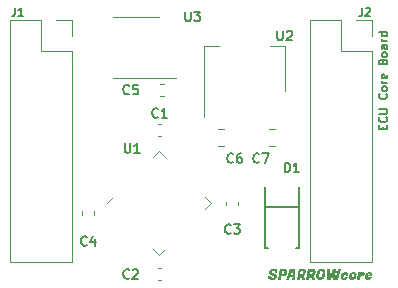
<source format=gbr>
%TF.GenerationSoftware,KiCad,Pcbnew,7.0.7-2.fc38*%
%TF.CreationDate,2023-11-16T23:20:59-08:00*%
%TF.ProjectId,TinySparrow,54696e79-5370-4617-9272-6f772e6b6963,rev?*%
%TF.SameCoordinates,Original*%
%TF.FileFunction,Legend,Top*%
%TF.FilePolarity,Positive*%
%FSLAX46Y46*%
G04 Gerber Fmt 4.6, Leading zero omitted, Abs format (unit mm)*
G04 Created by KiCad (PCBNEW 7.0.7-2.fc38) date 2023-11-16 23:20:59*
%MOMM*%
%LPD*%
G01*
G04 APERTURE LIST*
%ADD10C,0.150000*%
%ADD11C,0.175000*%
%ADD12C,0.120000*%
%ADD13C,0.152400*%
%ADD14C,0.059995*%
G04 APERTURE END LIST*
D10*
G36*
X190665980Y-104987394D02*
G01*
X190666472Y-104997988D01*
X190667948Y-105007899D01*
X190670408Y-105017126D01*
X190673852Y-105025670D01*
X190678280Y-105033530D01*
X190683693Y-105040707D01*
X190690089Y-105047200D01*
X190697469Y-105053010D01*
X190705833Y-105058136D01*
X190715182Y-105062579D01*
X190725514Y-105066338D01*
X190736830Y-105069414D01*
X190749131Y-105071806D01*
X190762415Y-105073515D01*
X190776684Y-105074540D01*
X190791936Y-105074882D01*
X190807188Y-105074575D01*
X190821457Y-105073655D01*
X190834741Y-105072123D01*
X190847042Y-105069977D01*
X190858358Y-105067218D01*
X190868690Y-105063846D01*
X190878039Y-105059861D01*
X190886403Y-105055263D01*
X190893783Y-105050052D01*
X190903009Y-105041085D01*
X190910020Y-105030739D01*
X190914817Y-105019014D01*
X190916785Y-105010431D01*
X190917769Y-105001234D01*
X190917892Y-104996406D01*
X190917219Y-104986154D01*
X190915199Y-104976389D01*
X190911833Y-104967112D01*
X190907121Y-104958323D01*
X190901062Y-104950021D01*
X190893657Y-104942207D01*
X190884906Y-104934881D01*
X190877458Y-104929707D01*
X190874808Y-104928043D01*
X190866567Y-104923133D01*
X190858002Y-104918378D01*
X190849112Y-104913777D01*
X190839898Y-104909331D01*
X190830359Y-104905039D01*
X190820495Y-104900902D01*
X190810307Y-104896920D01*
X190799795Y-104893092D01*
X190788957Y-104889418D01*
X190777795Y-104885899D01*
X190770174Y-104883639D01*
X190758675Y-104880253D01*
X190747175Y-104876769D01*
X190735676Y-104873189D01*
X190724177Y-104869513D01*
X190712678Y-104865739D01*
X190701178Y-104861870D01*
X190689679Y-104857903D01*
X190678180Y-104853840D01*
X190666681Y-104849681D01*
X190655181Y-104845424D01*
X190647515Y-104842533D01*
X190636176Y-104837891D01*
X190625158Y-104832786D01*
X190614461Y-104827216D01*
X190604084Y-104821183D01*
X190594028Y-104814687D01*
X190584292Y-104807726D01*
X190574878Y-104800302D01*
X190565784Y-104792415D01*
X190557011Y-104784063D01*
X190548558Y-104775248D01*
X190543101Y-104769114D01*
X190535402Y-104759500D01*
X190528459Y-104749454D01*
X190522274Y-104738975D01*
X190516847Y-104728063D01*
X190512177Y-104716718D01*
X190508264Y-104704941D01*
X190505108Y-104692730D01*
X190502710Y-104680087D01*
X190501069Y-104667012D01*
X190500396Y-104658054D01*
X190500059Y-104648904D01*
X190500017Y-104644257D01*
X190500416Y-104624701D01*
X190501615Y-104605766D01*
X190503612Y-104587452D01*
X190506409Y-104569759D01*
X190510004Y-104552687D01*
X190514399Y-104536235D01*
X190519592Y-104520404D01*
X190525585Y-104505194D01*
X190532376Y-104490605D01*
X190539966Y-104476637D01*
X190548356Y-104463289D01*
X190557544Y-104450563D01*
X190567532Y-104438457D01*
X190578318Y-104426972D01*
X190589903Y-104416107D01*
X190602288Y-104405864D01*
X190615471Y-104396241D01*
X190629453Y-104387239D01*
X190644234Y-104378858D01*
X190659815Y-104371098D01*
X190676194Y-104363959D01*
X190693372Y-104357440D01*
X190711350Y-104351542D01*
X190730126Y-104346265D01*
X190749701Y-104341609D01*
X190770075Y-104337574D01*
X190791248Y-104334160D01*
X190813221Y-104331366D01*
X190835992Y-104329193D01*
X190859562Y-104327641D01*
X190883931Y-104326710D01*
X190909099Y-104326399D01*
X190918357Y-104326455D01*
X190927472Y-104326620D01*
X190936445Y-104326896D01*
X190945277Y-104327282D01*
X190962513Y-104328385D01*
X190979180Y-104329930D01*
X190995279Y-104331916D01*
X191010810Y-104334344D01*
X191025772Y-104337213D01*
X191040166Y-104340523D01*
X191053991Y-104344274D01*
X191067248Y-104348467D01*
X191079937Y-104353101D01*
X191092057Y-104358177D01*
X191103609Y-104363694D01*
X191114592Y-104369652D01*
X191125007Y-104376052D01*
X191134853Y-104382893D01*
X191144143Y-104390098D01*
X191152833Y-104397645D01*
X191160925Y-104405533D01*
X191168417Y-104413764D01*
X191175309Y-104422336D01*
X191181602Y-104431249D01*
X191187296Y-104440505D01*
X191192390Y-104450102D01*
X191196886Y-104460041D01*
X191200781Y-104470322D01*
X191204078Y-104480945D01*
X191206775Y-104491909D01*
X191208873Y-104503215D01*
X191210371Y-104514863D01*
X191211270Y-104526852D01*
X191211570Y-104539184D01*
X191211422Y-104548313D01*
X191210979Y-104557346D01*
X191210240Y-104566283D01*
X191209207Y-104575124D01*
X191207877Y-104583869D01*
X191206253Y-104592517D01*
X191203807Y-104603193D01*
X191202117Y-104609526D01*
X191199148Y-104619495D01*
X191196145Y-104628519D01*
X191192500Y-104638102D01*
X191188809Y-104646325D01*
X191184444Y-104654199D01*
X191182554Y-104657006D01*
X191172442Y-104672174D01*
X190948227Y-104672174D01*
X190954770Y-104664631D01*
X190960441Y-104656622D01*
X190965239Y-104648145D01*
X190969165Y-104639201D01*
X190972218Y-104629790D01*
X190974399Y-104619912D01*
X190975708Y-104609567D01*
X190976144Y-104598755D01*
X190975723Y-104588773D01*
X190974461Y-104579435D01*
X190972357Y-104570741D01*
X190967624Y-104558907D01*
X190960997Y-104548523D01*
X190952477Y-104539587D01*
X190942063Y-104532101D01*
X190934069Y-104527915D01*
X190925234Y-104524373D01*
X190915556Y-104521475D01*
X190905038Y-104519221D01*
X190893678Y-104517611D01*
X190881476Y-104516645D01*
X190868433Y-104516323D01*
X190852036Y-104516659D01*
X190836697Y-104517669D01*
X190822415Y-104519352D01*
X190809192Y-104521708D01*
X190797026Y-104524738D01*
X190785918Y-104528440D01*
X190775869Y-104532816D01*
X190766877Y-104537865D01*
X190758943Y-104543587D01*
X190752066Y-104549982D01*
X190746248Y-104557051D01*
X190741488Y-104564793D01*
X190737785Y-104573208D01*
X190735140Y-104582296D01*
X190733554Y-104592057D01*
X190733025Y-104602491D01*
X190733698Y-104612984D01*
X190735717Y-104622921D01*
X190739083Y-104632301D01*
X190743796Y-104641125D01*
X190749854Y-104649392D01*
X190757260Y-104657103D01*
X190766011Y-104664257D01*
X190773458Y-104669258D01*
X190776109Y-104670855D01*
X190784348Y-104675502D01*
X190792907Y-104679964D01*
X190801787Y-104684240D01*
X190810988Y-104688331D01*
X190820510Y-104692236D01*
X190830352Y-104695956D01*
X190840515Y-104699490D01*
X190850998Y-104702839D01*
X190861803Y-104706002D01*
X190872928Y-104708980D01*
X190880523Y-104710862D01*
X190892028Y-104713644D01*
X190903545Y-104716550D01*
X190915073Y-104719579D01*
X190926613Y-104722732D01*
X190938164Y-104726009D01*
X190949727Y-104729409D01*
X190961302Y-104732933D01*
X190972888Y-104736581D01*
X190984486Y-104740352D01*
X190996095Y-104744247D01*
X191003841Y-104746912D01*
X191015335Y-104751203D01*
X191026489Y-104755995D01*
X191037303Y-104761290D01*
X191047777Y-104767087D01*
X191057911Y-104773387D01*
X191067705Y-104780189D01*
X191077159Y-104787493D01*
X191086273Y-104795300D01*
X191095047Y-104803609D01*
X191103481Y-104812420D01*
X191108914Y-104818573D01*
X191116614Y-104828192D01*
X191123556Y-104838336D01*
X191129741Y-104849006D01*
X191135169Y-104860201D01*
X191139839Y-104871922D01*
X191143752Y-104884168D01*
X191146908Y-104896940D01*
X191148591Y-104905747D01*
X191149937Y-104914787D01*
X191150947Y-104924060D01*
X191151620Y-104933567D01*
X191151957Y-104943308D01*
X191151999Y-104948266D01*
X191151905Y-104958228D01*
X191151623Y-104968029D01*
X191151153Y-104977669D01*
X191150494Y-104987146D01*
X191149648Y-104996463D01*
X191148614Y-105005618D01*
X191147392Y-105014612D01*
X191145981Y-105023444D01*
X191144383Y-105032115D01*
X191140622Y-105048972D01*
X191136109Y-105065184D01*
X191130843Y-105080750D01*
X191124826Y-105095670D01*
X191118056Y-105109944D01*
X191110534Y-105123573D01*
X191102260Y-105136556D01*
X191093234Y-105148893D01*
X191083455Y-105160585D01*
X191072925Y-105171631D01*
X191061642Y-105182031D01*
X191055718Y-105186989D01*
X191043305Y-105196412D01*
X191030078Y-105205227D01*
X191016040Y-105213434D01*
X191001190Y-105221033D01*
X190985527Y-105228025D01*
X190969051Y-105234408D01*
X190960509Y-105237372D01*
X190951764Y-105240183D01*
X190942815Y-105242843D01*
X190933664Y-105245351D01*
X190924309Y-105247707D01*
X190914752Y-105249910D01*
X190904991Y-105251962D01*
X190895027Y-105253862D01*
X190884861Y-105255610D01*
X190874491Y-105257206D01*
X190863918Y-105258649D01*
X190853142Y-105259941D01*
X190842163Y-105261081D01*
X190830980Y-105262069D01*
X190819595Y-105262905D01*
X190808007Y-105263589D01*
X190796215Y-105264121D01*
X190784221Y-105264501D01*
X190772023Y-105264729D01*
X190759623Y-105264805D01*
X190747244Y-105264735D01*
X190735113Y-105264527D01*
X190723229Y-105264181D01*
X190711592Y-105263695D01*
X190700203Y-105263071D01*
X190689061Y-105262309D01*
X190678166Y-105261407D01*
X190667519Y-105260367D01*
X190657119Y-105259188D01*
X190646966Y-105257871D01*
X190637060Y-105256415D01*
X190627402Y-105254820D01*
X190617991Y-105253087D01*
X190608827Y-105251215D01*
X190599911Y-105249204D01*
X190591242Y-105247054D01*
X190574645Y-105242340D01*
X190559038Y-105237070D01*
X190544420Y-105231246D01*
X190530792Y-105224867D01*
X190518152Y-105217933D01*
X190506502Y-105210444D01*
X190495840Y-105202401D01*
X190486168Y-105193803D01*
X190479567Y-105186996D01*
X190473391Y-105179872D01*
X190467642Y-105172433D01*
X190462318Y-105164677D01*
X190457420Y-105156606D01*
X190452948Y-105148219D01*
X190448902Y-105139515D01*
X190445282Y-105130496D01*
X190442088Y-105121160D01*
X190439320Y-105111509D01*
X190436977Y-105101541D01*
X190435061Y-105091258D01*
X190433570Y-105080659D01*
X190432505Y-105069743D01*
X190431866Y-105058512D01*
X190431653Y-105046965D01*
X190431774Y-105038017D01*
X190432134Y-105028871D01*
X190432735Y-105019525D01*
X190433577Y-105009980D01*
X190434659Y-105000236D01*
X190435981Y-104990293D01*
X190437544Y-104980150D01*
X190439347Y-104969808D01*
X190443084Y-104949365D01*
X190671036Y-104949365D01*
X190668398Y-104964752D01*
X190666924Y-104973810D01*
X190666096Y-104982854D01*
X190665980Y-104987394D01*
G37*
G36*
X191795918Y-104335476D02*
G01*
X191813162Y-104335990D01*
X191829761Y-104337017D01*
X191845717Y-104338557D01*
X191861029Y-104340611D01*
X191875697Y-104343178D01*
X191889720Y-104346259D01*
X191903100Y-104349854D01*
X191915836Y-104353961D01*
X191927928Y-104358583D01*
X191939375Y-104363718D01*
X191950179Y-104369366D01*
X191960339Y-104375528D01*
X191969855Y-104382203D01*
X191978726Y-104389392D01*
X191986954Y-104397094D01*
X191990826Y-104401138D01*
X191998762Y-104410902D01*
X192005917Y-104421153D01*
X192012291Y-104431891D01*
X192017885Y-104443116D01*
X192022698Y-104454828D01*
X192026731Y-104467027D01*
X192029983Y-104479712D01*
X192031717Y-104488440D01*
X192033105Y-104497383D01*
X192034146Y-104506544D01*
X192034840Y-104515920D01*
X192035186Y-104525513D01*
X192035230Y-104530391D01*
X192035052Y-104540450D01*
X192034519Y-104550680D01*
X192033630Y-104561079D01*
X192032618Y-104569875D01*
X192031359Y-104578789D01*
X192030174Y-104586005D01*
X192004675Y-104729107D01*
X192002024Y-104742096D01*
X191998798Y-104754795D01*
X191994997Y-104767203D01*
X191990620Y-104779322D01*
X191985668Y-104791150D01*
X191980141Y-104802688D01*
X191974039Y-104813935D01*
X191967361Y-104824893D01*
X191960108Y-104835560D01*
X191952279Y-104845937D01*
X191943875Y-104856024D01*
X191934896Y-104865820D01*
X191925342Y-104875327D01*
X191915212Y-104884543D01*
X191904507Y-104893469D01*
X191893227Y-104902104D01*
X191881528Y-104910303D01*
X191869511Y-104917972D01*
X191857176Y-104925113D01*
X191844523Y-104931725D01*
X191831553Y-104937808D01*
X191818265Y-104943361D01*
X191804660Y-104948386D01*
X191790737Y-104952882D01*
X191776496Y-104956849D01*
X191761937Y-104960287D01*
X191747061Y-104963197D01*
X191731866Y-104965577D01*
X191716355Y-104967428D01*
X191700525Y-104968750D01*
X191684378Y-104969544D01*
X191667913Y-104969808D01*
X191517337Y-104969808D01*
X191467878Y-105247000D01*
X191239926Y-105247000D01*
X191323736Y-104772191D01*
X191551409Y-104772191D01*
X191664176Y-104772191D01*
X191676804Y-104771831D01*
X191688751Y-104770749D01*
X191700016Y-104768946D01*
X191710599Y-104766421D01*
X191720500Y-104763175D01*
X191729720Y-104759208D01*
X191738257Y-104754520D01*
X191746113Y-104749110D01*
X191753288Y-104742980D01*
X191759780Y-104736127D01*
X191765591Y-104728554D01*
X191770719Y-104720259D01*
X191775166Y-104711243D01*
X191778932Y-104701506D01*
X191782015Y-104691047D01*
X191784417Y-104679868D01*
X191793429Y-104627771D01*
X191794903Y-104618281D01*
X191795611Y-104608719D01*
X191795845Y-104598829D01*
X191795847Y-104597655D01*
X191794652Y-104587860D01*
X191791645Y-104578905D01*
X191787611Y-104570946D01*
X191782233Y-104562723D01*
X191776723Y-104555670D01*
X191770043Y-104549084D01*
X191761817Y-104543614D01*
X191752045Y-104539261D01*
X191743115Y-104536582D01*
X191733196Y-104534617D01*
X191722287Y-104533367D01*
X191713457Y-104532898D01*
X191707260Y-104532809D01*
X191593175Y-104532809D01*
X191551409Y-104772191D01*
X191323736Y-104772191D01*
X191400833Y-104335412D01*
X191787055Y-104335412D01*
X191795918Y-104335476D01*
G37*
G36*
X192717327Y-105247000D02*
G01*
X192476845Y-105247000D01*
X192484539Y-105048284D01*
X192273073Y-105048284D01*
X192210865Y-105247000D01*
X191969064Y-105247000D01*
X192100635Y-104878584D01*
X192324951Y-104878584D01*
X192490694Y-104878584D01*
X192504762Y-104556989D01*
X192424968Y-104556989D01*
X192324951Y-104878584D01*
X192100635Y-104878584D01*
X192294616Y-104335412D01*
X192712271Y-104335412D01*
X192717327Y-105247000D01*
G37*
G36*
X193370120Y-104335474D02*
G01*
X193387518Y-104335968D01*
X193404262Y-104336958D01*
X193420352Y-104338441D01*
X193435787Y-104340420D01*
X193450568Y-104342893D01*
X193464695Y-104345860D01*
X193478168Y-104349322D01*
X193490986Y-104353279D01*
X193503150Y-104357730D01*
X193514659Y-104362676D01*
X193525514Y-104368117D01*
X193535715Y-104374052D01*
X193545262Y-104380482D01*
X193554154Y-104387406D01*
X193562392Y-104394825D01*
X193566266Y-104398720D01*
X193574437Y-104407968D01*
X193581804Y-104417661D01*
X193588368Y-104427798D01*
X193594128Y-104438380D01*
X193599084Y-104449406D01*
X193603237Y-104460876D01*
X193606586Y-104472791D01*
X193609131Y-104485150D01*
X193610872Y-104497953D01*
X193611586Y-104506735D01*
X193611944Y-104515715D01*
X193611988Y-104520279D01*
X193611811Y-104529852D01*
X193611277Y-104539610D01*
X193610389Y-104549553D01*
X193609144Y-104559682D01*
X193607545Y-104569996D01*
X193606933Y-104573475D01*
X193589127Y-104672174D01*
X193587145Y-104682328D01*
X193584988Y-104692236D01*
X193582659Y-104701898D01*
X193580156Y-104711315D01*
X193577479Y-104720487D01*
X193574629Y-104729413D01*
X193571606Y-104738093D01*
X193568409Y-104746528D01*
X193565039Y-104754717D01*
X193559658Y-104766540D01*
X193553888Y-104777811D01*
X193547726Y-104788529D01*
X193541175Y-104798694D01*
X193536591Y-104805164D01*
X193529512Y-104814389D01*
X193522291Y-104823103D01*
X193514927Y-104831308D01*
X193507420Y-104839003D01*
X193499770Y-104846187D01*
X193491977Y-104852861D01*
X193484041Y-104859026D01*
X193475962Y-104864680D01*
X193467740Y-104869824D01*
X193459375Y-104874459D01*
X193453719Y-104877265D01*
X193568904Y-105247000D01*
X193313035Y-105247000D01*
X193206863Y-104906501D01*
X193128387Y-104906501D01*
X193076290Y-105247000D01*
X192833171Y-105247000D01*
X192920318Y-104753287D01*
X193153667Y-104753287D01*
X193242254Y-104753287D01*
X193254490Y-104753003D01*
X193266058Y-104752151D01*
X193276958Y-104750731D01*
X193287189Y-104748743D01*
X193296752Y-104746187D01*
X193305646Y-104743063D01*
X193313872Y-104739371D01*
X193323800Y-104733565D01*
X193332539Y-104726748D01*
X193338314Y-104720974D01*
X193345166Y-104712569D01*
X193351105Y-104703512D01*
X193356130Y-104693802D01*
X193360241Y-104683440D01*
X193363439Y-104672425D01*
X193365237Y-104663735D01*
X193366522Y-104654679D01*
X193367293Y-104645255D01*
X193367550Y-104635464D01*
X193367213Y-104623033D01*
X193366204Y-104611404D01*
X193364521Y-104600578D01*
X193362165Y-104590553D01*
X193359135Y-104581330D01*
X193355433Y-104572909D01*
X193348617Y-104561781D01*
X193340286Y-104552458D01*
X193330440Y-104544939D01*
X193319080Y-104539225D01*
X193310665Y-104536418D01*
X193301577Y-104534413D01*
X193291816Y-104533210D01*
X193281381Y-104532809D01*
X193186420Y-104532809D01*
X193153667Y-104753287D01*
X192920318Y-104753287D01*
X192994078Y-104335412D01*
X193361175Y-104335412D01*
X193370120Y-104335474D01*
G37*
G36*
X194196638Y-104335474D02*
G01*
X194214036Y-104335968D01*
X194230780Y-104336958D01*
X194246870Y-104338441D01*
X194262305Y-104340420D01*
X194277086Y-104342893D01*
X194291213Y-104345860D01*
X194304685Y-104349322D01*
X194317504Y-104353279D01*
X194329667Y-104357730D01*
X194341177Y-104362676D01*
X194352032Y-104368117D01*
X194362233Y-104374052D01*
X194371780Y-104380482D01*
X194380672Y-104387406D01*
X194388910Y-104394825D01*
X194392784Y-104398720D01*
X194400955Y-104407968D01*
X194408322Y-104417661D01*
X194414886Y-104427798D01*
X194420646Y-104438380D01*
X194425602Y-104449406D01*
X194429755Y-104460876D01*
X194433103Y-104472791D01*
X194435648Y-104485150D01*
X194437390Y-104497953D01*
X194438104Y-104506735D01*
X194438461Y-104515715D01*
X194438506Y-104520279D01*
X194438328Y-104529852D01*
X194437795Y-104539610D01*
X194436906Y-104549553D01*
X194435662Y-104559682D01*
X194434063Y-104569996D01*
X194433450Y-104573475D01*
X194415645Y-104672174D01*
X194413662Y-104682328D01*
X194411506Y-104692236D01*
X194409177Y-104701898D01*
X194406674Y-104711315D01*
X194403997Y-104720487D01*
X194401147Y-104729413D01*
X194398124Y-104738093D01*
X194394927Y-104746528D01*
X194391557Y-104754717D01*
X194386176Y-104766540D01*
X194380405Y-104777811D01*
X194374244Y-104788529D01*
X194367693Y-104798694D01*
X194363108Y-104805164D01*
X194356030Y-104814389D01*
X194348809Y-104823103D01*
X194341445Y-104831308D01*
X194333938Y-104839003D01*
X194326288Y-104846187D01*
X194318495Y-104852861D01*
X194310559Y-104859026D01*
X194302480Y-104864680D01*
X194294258Y-104869824D01*
X194285893Y-104874459D01*
X194280237Y-104877265D01*
X194395422Y-105247000D01*
X194139553Y-105247000D01*
X194033381Y-104906501D01*
X193954905Y-104906501D01*
X193902808Y-105247000D01*
X193659689Y-105247000D01*
X193746836Y-104753287D01*
X193980184Y-104753287D01*
X194068771Y-104753287D01*
X194081008Y-104753003D01*
X194092576Y-104752151D01*
X194103476Y-104750731D01*
X194113707Y-104748743D01*
X194123270Y-104746187D01*
X194132164Y-104743063D01*
X194140390Y-104739371D01*
X194150318Y-104733565D01*
X194159057Y-104726748D01*
X194164832Y-104720974D01*
X194171684Y-104712569D01*
X194177623Y-104703512D01*
X194182648Y-104693802D01*
X194186759Y-104683440D01*
X194189957Y-104672425D01*
X194191755Y-104663735D01*
X194193040Y-104654679D01*
X194193811Y-104645255D01*
X194194068Y-104635464D01*
X194193731Y-104623033D01*
X194192721Y-104611404D01*
X194191039Y-104600578D01*
X194188682Y-104590553D01*
X194185653Y-104581330D01*
X194181950Y-104572909D01*
X194175134Y-104561781D01*
X194166804Y-104552458D01*
X194156958Y-104544939D01*
X194145598Y-104539225D01*
X194137183Y-104536418D01*
X194128095Y-104534413D01*
X194118334Y-104533210D01*
X194107899Y-104532809D01*
X194012937Y-104532809D01*
X193980184Y-104753287D01*
X193746836Y-104753287D01*
X193820596Y-104335412D01*
X194187693Y-104335412D01*
X194196638Y-104335474D01*
G37*
G36*
X194990557Y-104326643D02*
G01*
X195008733Y-104327374D01*
X195026312Y-104328592D01*
X195043296Y-104330298D01*
X195059683Y-104332491D01*
X195075475Y-104335171D01*
X195090671Y-104338338D01*
X195105271Y-104341993D01*
X195119275Y-104346135D01*
X195132683Y-104350764D01*
X195145495Y-104355881D01*
X195157711Y-104361484D01*
X195169332Y-104367576D01*
X195180356Y-104374154D01*
X195190784Y-104381220D01*
X195200617Y-104388773D01*
X195209854Y-104396813D01*
X195218495Y-104405341D01*
X195226539Y-104414356D01*
X195233988Y-104423858D01*
X195240841Y-104433847D01*
X195247098Y-104444324D01*
X195252760Y-104455288D01*
X195257825Y-104466740D01*
X195262294Y-104478678D01*
X195266168Y-104491104D01*
X195269445Y-104504018D01*
X195272127Y-104517418D01*
X195274213Y-104531306D01*
X195275702Y-104545681D01*
X195276596Y-104560544D01*
X195276894Y-104575893D01*
X195276757Y-104586434D01*
X195276345Y-104597175D01*
X195275658Y-104608114D01*
X195274696Y-104619253D01*
X195273459Y-104630590D01*
X195271948Y-104642128D01*
X195270634Y-104650911D01*
X195269166Y-104659807D01*
X195268101Y-104665799D01*
X195223698Y-104919030D01*
X195221733Y-104929946D01*
X195219629Y-104940683D01*
X195217386Y-104951242D01*
X195215005Y-104961623D01*
X195212485Y-104971826D01*
X195209826Y-104981851D01*
X195207029Y-104991698D01*
X195204093Y-105001366D01*
X195201018Y-105010856D01*
X195197805Y-105020168D01*
X195194453Y-105029302D01*
X195190962Y-105038258D01*
X195187333Y-105047035D01*
X195183565Y-105055635D01*
X195179658Y-105064056D01*
X195175613Y-105072299D01*
X195171429Y-105080364D01*
X195167106Y-105088250D01*
X195162645Y-105095959D01*
X195158044Y-105103489D01*
X195148428Y-105118015D01*
X195138257Y-105131828D01*
X195127532Y-105144929D01*
X195116251Y-105157317D01*
X195104416Y-105168992D01*
X195092027Y-105179955D01*
X195079039Y-105190230D01*
X195065408Y-105199842D01*
X195051135Y-105208791D01*
X195036220Y-105217077D01*
X195020663Y-105224700D01*
X195004463Y-105231660D01*
X194996123Y-105234892D01*
X194987621Y-105237958D01*
X194978960Y-105240858D01*
X194970137Y-105243592D01*
X194961154Y-105246161D01*
X194952011Y-105248564D01*
X194942707Y-105250801D01*
X194933242Y-105252873D01*
X194923617Y-105254779D01*
X194913831Y-105256519D01*
X194903885Y-105258093D01*
X194893778Y-105259502D01*
X194883510Y-105260745D01*
X194873082Y-105261822D01*
X194862494Y-105262733D01*
X194851744Y-105263479D01*
X194840835Y-105264059D01*
X194829764Y-105264473D01*
X194818533Y-105264722D01*
X194807142Y-105264805D01*
X194795779Y-105264722D01*
X194784634Y-105264473D01*
X194773706Y-105264059D01*
X194762996Y-105263479D01*
X194752504Y-105262733D01*
X194742229Y-105261822D01*
X194732172Y-105260745D01*
X194722333Y-105259502D01*
X194712712Y-105258093D01*
X194703308Y-105256519D01*
X194694121Y-105254779D01*
X194685153Y-105252873D01*
X194676402Y-105250801D01*
X194667869Y-105248564D01*
X194651455Y-105243592D01*
X194635913Y-105237958D01*
X194621241Y-105231660D01*
X194607439Y-105224700D01*
X194594509Y-105217077D01*
X194582449Y-105208791D01*
X194571259Y-105199842D01*
X194560941Y-105190230D01*
X194551493Y-105179955D01*
X194545504Y-105172500D01*
X194539901Y-105164698D01*
X194534684Y-105156549D01*
X194529854Y-105148054D01*
X194525411Y-105139211D01*
X194521354Y-105130022D01*
X194517683Y-105120485D01*
X194514398Y-105110602D01*
X194511500Y-105100372D01*
X194508989Y-105089795D01*
X194506864Y-105078871D01*
X194505125Y-105067600D01*
X194503772Y-105055982D01*
X194502806Y-105044018D01*
X194502227Y-105031706D01*
X194502034Y-105019048D01*
X194502192Y-105007531D01*
X194502518Y-104998709D01*
X194503021Y-104989728D01*
X194503703Y-104980589D01*
X194503765Y-104979920D01*
X194735041Y-104979920D01*
X194735457Y-104990647D01*
X194736704Y-105000682D01*
X194738782Y-105010026D01*
X194741691Y-105018677D01*
X194745431Y-105026636D01*
X194752600Y-105037276D01*
X194761639Y-105046360D01*
X194772549Y-105053887D01*
X194780861Y-105058039D01*
X194790004Y-105061499D01*
X194799978Y-105064268D01*
X194810783Y-105066344D01*
X194822420Y-105067728D01*
X194834888Y-105068420D01*
X194841434Y-105068507D01*
X194853080Y-105068217D01*
X194864278Y-105067348D01*
X194875027Y-105065899D01*
X194885329Y-105063870D01*
X194895182Y-105061262D01*
X194904587Y-105058074D01*
X194913543Y-105054307D01*
X194922052Y-105049960D01*
X194930112Y-105045033D01*
X194937724Y-105039527D01*
X194942550Y-105035534D01*
X194949481Y-105028863D01*
X194956015Y-105021214D01*
X194962150Y-105012588D01*
X194967888Y-105002984D01*
X194973227Y-104992402D01*
X194978168Y-104980843D01*
X194981242Y-104972594D01*
X194984138Y-104963910D01*
X194986857Y-104954792D01*
X194989400Y-104945239D01*
X194991765Y-104935252D01*
X194993954Y-104924830D01*
X194995966Y-104913974D01*
X195038831Y-104670855D01*
X195040175Y-104661553D01*
X195041242Y-104652607D01*
X195042134Y-104642618D01*
X195042648Y-104633114D01*
X195042787Y-104625353D01*
X195042381Y-104612922D01*
X195041163Y-104601293D01*
X195039132Y-104590466D01*
X195036289Y-104580441D01*
X195032634Y-104571218D01*
X195028166Y-104562797D01*
X195022886Y-104555178D01*
X195016794Y-104548361D01*
X195009889Y-104542346D01*
X195002172Y-104537133D01*
X194993643Y-104532722D01*
X194984302Y-104529113D01*
X194974148Y-104526306D01*
X194963182Y-104524301D01*
X194951404Y-104523098D01*
X194938813Y-104522697D01*
X194922930Y-104523585D01*
X194907867Y-104525589D01*
X194893625Y-104528710D01*
X194880204Y-104532946D01*
X194867604Y-104538299D01*
X194855825Y-104544768D01*
X194844867Y-104552354D01*
X194834729Y-104561056D01*
X194825413Y-104570874D01*
X194816917Y-104581808D01*
X194809242Y-104593858D01*
X194802388Y-104607025D01*
X194796355Y-104621308D01*
X194791143Y-104636708D01*
X194786752Y-104653223D01*
X194784864Y-104661900D01*
X194783182Y-104670855D01*
X194740097Y-104913974D01*
X194738641Y-104923931D01*
X194737431Y-104934016D01*
X194736468Y-104944229D01*
X194735752Y-104954572D01*
X194735283Y-104965044D01*
X194735061Y-104975644D01*
X194735041Y-104979920D01*
X194503765Y-104979920D01*
X194504562Y-104971292D01*
X194505598Y-104961836D01*
X194506813Y-104952222D01*
X194508205Y-104942449D01*
X194509775Y-104932518D01*
X194511523Y-104922429D01*
X194512145Y-104919030D01*
X194556549Y-104665799D01*
X194560561Y-104644918D01*
X194565152Y-104624700D01*
X194570321Y-104605145D01*
X194576068Y-104586252D01*
X194582393Y-104568023D01*
X194589297Y-104550456D01*
X194596780Y-104533553D01*
X194604840Y-104517312D01*
X194613479Y-104501734D01*
X194622696Y-104486819D01*
X194632492Y-104472567D01*
X194642865Y-104458977D01*
X194653817Y-104446051D01*
X194665348Y-104433788D01*
X194677456Y-104422187D01*
X194690143Y-104411249D01*
X194703409Y-104400975D01*
X194717252Y-104391363D01*
X194731674Y-104382414D01*
X194746675Y-104374127D01*
X194762253Y-104366504D01*
X194778410Y-104359544D01*
X194795145Y-104353246D01*
X194812459Y-104347612D01*
X194830351Y-104342640D01*
X194848821Y-104338331D01*
X194867869Y-104334685D01*
X194887496Y-104331702D01*
X194907701Y-104329382D01*
X194928484Y-104327725D01*
X194949846Y-104326731D01*
X194971786Y-104326399D01*
X194990557Y-104326643D01*
G37*
G36*
X196133527Y-104335412D02*
G01*
X196111985Y-105025422D01*
X196141001Y-105025422D01*
X196361479Y-104335412D01*
X196609434Y-104335412D01*
X196296852Y-105247000D01*
X195917006Y-105247000D01*
X195951078Y-104663381D01*
X195781378Y-105247000D01*
X195401531Y-105247000D01*
X195410544Y-104335412D01*
X195658719Y-104335412D01*
X195635858Y-105025422D01*
X195665094Y-105025422D01*
X195886671Y-104335412D01*
X196133527Y-104335412D01*
G37*
G36*
X196826175Y-105264805D02*
G01*
X196809974Y-105264627D01*
X196794286Y-105264092D01*
X196779113Y-105263201D01*
X196764454Y-105261954D01*
X196750310Y-105260350D01*
X196736680Y-105258391D01*
X196723564Y-105256074D01*
X196710963Y-105253402D01*
X196698876Y-105250373D01*
X196687303Y-105246987D01*
X196676245Y-105243246D01*
X196665701Y-105239148D01*
X196655671Y-105234694D01*
X196646156Y-105229883D01*
X196637155Y-105224716D01*
X196628668Y-105219192D01*
X196620696Y-105213313D01*
X196613238Y-105207077D01*
X196606295Y-105200484D01*
X196599865Y-105193536D01*
X196593950Y-105186230D01*
X196588550Y-105178569D01*
X196583664Y-105170551D01*
X196579292Y-105162177D01*
X196575434Y-105153447D01*
X196572091Y-105144360D01*
X196569262Y-105134917D01*
X196566947Y-105125117D01*
X196565147Y-105114961D01*
X196563861Y-105104449D01*
X196563090Y-105093580D01*
X196562833Y-105082355D01*
X196563010Y-105072744D01*
X196563544Y-105062871D01*
X196564432Y-105052734D01*
X196565677Y-105042335D01*
X196566985Y-105033468D01*
X196567889Y-105028060D01*
X196594487Y-104870890D01*
X196597289Y-104855918D01*
X196600642Y-104841393D01*
X196604543Y-104827314D01*
X196608995Y-104813682D01*
X196613995Y-104800496D01*
X196619546Y-104787757D01*
X196625646Y-104775465D01*
X196632295Y-104763618D01*
X196639494Y-104752219D01*
X196647243Y-104741266D01*
X196655541Y-104730759D01*
X196664389Y-104720699D01*
X196673786Y-104711085D01*
X196683733Y-104701918D01*
X196694229Y-104693198D01*
X196705275Y-104684923D01*
X196716786Y-104677092D01*
X196728679Y-104669756D01*
X196740953Y-104662914D01*
X196753608Y-104656567D01*
X196766644Y-104650714D01*
X196780062Y-104645356D01*
X196793860Y-104640493D01*
X196808040Y-104636124D01*
X196822602Y-104632249D01*
X196837544Y-104628870D01*
X196852868Y-104625985D01*
X196868573Y-104623594D01*
X196884659Y-104621698D01*
X196901127Y-104620297D01*
X196917975Y-104619390D01*
X196935205Y-104618978D01*
X196951786Y-104619161D01*
X196967840Y-104619710D01*
X196983368Y-104620626D01*
X196998369Y-104621908D01*
X197012844Y-104623556D01*
X197026792Y-104625570D01*
X197040215Y-104627950D01*
X197053111Y-104630697D01*
X197065480Y-104633810D01*
X197077323Y-104637289D01*
X197088640Y-104641134D01*
X197099430Y-104645346D01*
X197109695Y-104649924D01*
X197119432Y-104654868D01*
X197128644Y-104660178D01*
X197137329Y-104665854D01*
X197145487Y-104671897D01*
X197153119Y-104678306D01*
X197160225Y-104685081D01*
X197166805Y-104692222D01*
X197172858Y-104699730D01*
X197178385Y-104707603D01*
X197183385Y-104715843D01*
X197187859Y-104724450D01*
X197191807Y-104733422D01*
X197195228Y-104742761D01*
X197198123Y-104752465D01*
X197200492Y-104762537D01*
X197202334Y-104772974D01*
X197203650Y-104783777D01*
X197204440Y-104794947D01*
X197204703Y-104806483D01*
X197204555Y-104816468D01*
X197204112Y-104826198D01*
X197203374Y-104835674D01*
X197202340Y-104844896D01*
X197201011Y-104853864D01*
X197199386Y-104862578D01*
X197196940Y-104873113D01*
X197195251Y-104879243D01*
X197192281Y-104888826D01*
X197189279Y-104897378D01*
X197185634Y-104906281D01*
X197181323Y-104914792D01*
X197176318Y-104922046D01*
X197175687Y-104922767D01*
X197165575Y-104935517D01*
X196950373Y-104935517D01*
X196957792Y-104928383D01*
X196964221Y-104920940D01*
X196969662Y-104913188D01*
X196974113Y-104905127D01*
X196977575Y-104896756D01*
X196980048Y-104888077D01*
X196981532Y-104879088D01*
X196982027Y-104869791D01*
X196981426Y-104857534D01*
X196979623Y-104846483D01*
X196976619Y-104836638D01*
X196972413Y-104827998D01*
X196967005Y-104820564D01*
X196960396Y-104814335D01*
X196952585Y-104809312D01*
X196943572Y-104805494D01*
X196933358Y-104802882D01*
X196921942Y-104801475D01*
X196913663Y-104801207D01*
X196903675Y-104801585D01*
X196894044Y-104802719D01*
X196884771Y-104804608D01*
X196875854Y-104807252D01*
X196867295Y-104810653D01*
X196859093Y-104814809D01*
X196851248Y-104819720D01*
X196843761Y-104825387D01*
X196836823Y-104831776D01*
X196830517Y-104838961D01*
X196824843Y-104846943D01*
X196819801Y-104855722D01*
X196815391Y-104865298D01*
X196811612Y-104875671D01*
X196808466Y-104886841D01*
X196806521Y-104895741D01*
X196805952Y-104898807D01*
X196789466Y-104991131D01*
X196787992Y-105000507D01*
X196787199Y-105009513D01*
X196787048Y-105015311D01*
X196787782Y-105027292D01*
X196789984Y-105038095D01*
X196793655Y-105047720D01*
X196798794Y-105056166D01*
X196805402Y-105063434D01*
X196813477Y-105069523D01*
X196823021Y-105074433D01*
X196834034Y-105078165D01*
X196846515Y-105080719D01*
X196855651Y-105081766D01*
X196865440Y-105082290D01*
X196870579Y-105082355D01*
X196880839Y-105081737D01*
X196890682Y-105079882D01*
X196900107Y-105076791D01*
X196909116Y-105072464D01*
X196917707Y-105066899D01*
X196920478Y-105064770D01*
X196928154Y-105057962D01*
X196934532Y-105050890D01*
X196939612Y-105043557D01*
X196943898Y-105034668D01*
X196946416Y-105025422D01*
X197156782Y-105028060D01*
X197153931Y-105042626D01*
X197150597Y-105056729D01*
X197146780Y-105070369D01*
X197142481Y-105083547D01*
X197137699Y-105096263D01*
X197132434Y-105108516D01*
X197126687Y-105120307D01*
X197120457Y-105131636D01*
X197113745Y-105142502D01*
X197106550Y-105152906D01*
X197098873Y-105162847D01*
X197090713Y-105172326D01*
X197082071Y-105181343D01*
X197072946Y-105189897D01*
X197063338Y-105197989D01*
X197053248Y-105205619D01*
X197042675Y-105212786D01*
X197031620Y-105219490D01*
X197020082Y-105225733D01*
X197008061Y-105231513D01*
X196995558Y-105236830D01*
X196982573Y-105241685D01*
X196969105Y-105246078D01*
X196955154Y-105250008D01*
X196940721Y-105253476D01*
X196925805Y-105256482D01*
X196910406Y-105259025D01*
X196894525Y-105261106D01*
X196878162Y-105262724D01*
X196861315Y-105263880D01*
X196843987Y-105264574D01*
X196826175Y-105264805D01*
G37*
G36*
X197658751Y-104620529D02*
G01*
X197675056Y-104621228D01*
X197690838Y-104622391D01*
X197706095Y-104624020D01*
X197720829Y-104626114D01*
X197735039Y-104628674D01*
X197748726Y-104631699D01*
X197761888Y-104635189D01*
X197774527Y-104639145D01*
X197786642Y-104643567D01*
X197798233Y-104648453D01*
X197809300Y-104653805D01*
X197819844Y-104659623D01*
X197829863Y-104665906D01*
X197839359Y-104672654D01*
X197848332Y-104679868D01*
X197854933Y-104685864D01*
X197861109Y-104692147D01*
X197869573Y-104702109D01*
X197877080Y-104712716D01*
X197883628Y-104723968D01*
X197889218Y-104735866D01*
X197892412Y-104744157D01*
X197895181Y-104752734D01*
X197897523Y-104761598D01*
X197899439Y-104770749D01*
X197900930Y-104780186D01*
X197901995Y-104789911D01*
X197902634Y-104799922D01*
X197902847Y-104810220D01*
X197902691Y-104819062D01*
X197902224Y-104828140D01*
X197901446Y-104837455D01*
X197900357Y-104847005D01*
X197898956Y-104856792D01*
X197897244Y-104866815D01*
X197896472Y-104870890D01*
X197869874Y-105019048D01*
X197866602Y-105035530D01*
X197862833Y-105051399D01*
X197858565Y-105066655D01*
X197853800Y-105081298D01*
X197848536Y-105095327D01*
X197842774Y-105108744D01*
X197836515Y-105121548D01*
X197829757Y-105133738D01*
X197822501Y-105145315D01*
X197814748Y-105156280D01*
X197806496Y-105166631D01*
X197797746Y-105176369D01*
X197788498Y-105185494D01*
X197778752Y-105194006D01*
X197768508Y-105201905D01*
X197757766Y-105209191D01*
X197746545Y-105215925D01*
X197734861Y-105222225D01*
X197722715Y-105228091D01*
X197710107Y-105233522D01*
X197697037Y-105238518D01*
X197683506Y-105243081D01*
X197669512Y-105247208D01*
X197655056Y-105250901D01*
X197640139Y-105254160D01*
X197624759Y-105256984D01*
X197608917Y-105259374D01*
X197592614Y-105261329D01*
X197575849Y-105262850D01*
X197558621Y-105263936D01*
X197549834Y-105264316D01*
X197540932Y-105264588D01*
X197531914Y-105264750D01*
X197522780Y-105264805D01*
X197513680Y-105264750D01*
X197504732Y-105264587D01*
X197495938Y-105264314D01*
X197478809Y-105263442D01*
X197462294Y-105262133D01*
X197446391Y-105260388D01*
X197431102Y-105258207D01*
X197416425Y-105255590D01*
X197402362Y-105252537D01*
X197388912Y-105249047D01*
X197376075Y-105245121D01*
X197363851Y-105240759D01*
X197352240Y-105235961D01*
X197341242Y-105230726D01*
X197330858Y-105225056D01*
X197321086Y-105218949D01*
X197311927Y-105212406D01*
X197307578Y-105208971D01*
X197298543Y-105200773D01*
X197290396Y-105191840D01*
X197283138Y-105182174D01*
X197276769Y-105171773D01*
X197271289Y-105160639D01*
X197266697Y-105148770D01*
X197262994Y-105136167D01*
X197261019Y-105127357D01*
X197259439Y-105118221D01*
X197258254Y-105108758D01*
X197257464Y-105098969D01*
X197257069Y-105088854D01*
X197257020Y-105083674D01*
X197257175Y-105074388D01*
X197257642Y-105064801D01*
X197258420Y-105054913D01*
X197259510Y-105044725D01*
X197260911Y-105034237D01*
X197262589Y-105023664D01*
X197481015Y-105023664D01*
X197482045Y-105033652D01*
X197484637Y-105042729D01*
X197488807Y-105052123D01*
X197493637Y-105060425D01*
X197497501Y-105066089D01*
X197504549Y-105073783D01*
X197511745Y-105078979D01*
X197520143Y-105083070D01*
X197529742Y-105086055D01*
X197540544Y-105087934D01*
X197550052Y-105088642D01*
X197555094Y-105088730D01*
X197565212Y-105088287D01*
X197574905Y-105086958D01*
X197584172Y-105084742D01*
X197593012Y-105081641D01*
X197601427Y-105077653D01*
X197609416Y-105072780D01*
X197616980Y-105067020D01*
X197624117Y-105060374D01*
X197630780Y-105053041D01*
X197636811Y-105045330D01*
X197642211Y-105037241D01*
X197646978Y-105028775D01*
X197651113Y-105019930D01*
X197654617Y-105010708D01*
X197657488Y-105001108D01*
X197659727Y-104991131D01*
X197675994Y-104896169D01*
X197677496Y-104886724D01*
X197678261Y-104877759D01*
X197678591Y-104868857D01*
X197678632Y-104864076D01*
X197677843Y-104855220D01*
X197675476Y-104845965D01*
X197672192Y-104837715D01*
X197667748Y-104829170D01*
X197662145Y-104820332D01*
X197656392Y-104813366D01*
X197649437Y-104807580D01*
X197641280Y-104802976D01*
X197631920Y-104799552D01*
X197621359Y-104797309D01*
X197612044Y-104796364D01*
X197604553Y-104796152D01*
X197594482Y-104796578D01*
X197584824Y-104797855D01*
X197575578Y-104799985D01*
X197566744Y-104802966D01*
X197558322Y-104806799D01*
X197550313Y-104811484D01*
X197542715Y-104817021D01*
X197535530Y-104823409D01*
X197528870Y-104830509D01*
X197522849Y-104838178D01*
X197517467Y-104846418D01*
X197512724Y-104855228D01*
X197508619Y-104864608D01*
X197505154Y-104874558D01*
X197502327Y-104885079D01*
X197500139Y-104896169D01*
X197483653Y-104991131D01*
X197482151Y-105000727D01*
X197481386Y-105009815D01*
X197481056Y-105018828D01*
X197481015Y-105023664D01*
X197262589Y-105023664D01*
X197262623Y-105023447D01*
X197263394Y-105019048D01*
X197289993Y-104870890D01*
X197293011Y-104855473D01*
X197296545Y-104840545D01*
X197300593Y-104826106D01*
X197305157Y-104812157D01*
X197310235Y-104798698D01*
X197315827Y-104785727D01*
X197321935Y-104773247D01*
X197328557Y-104761255D01*
X197335694Y-104749754D01*
X197343346Y-104738741D01*
X197351512Y-104728218D01*
X197360194Y-104718185D01*
X197369390Y-104708641D01*
X197379101Y-104699586D01*
X197389326Y-104691021D01*
X197400067Y-104682945D01*
X197411322Y-104675359D01*
X197423092Y-104668262D01*
X197435377Y-104661654D01*
X197448176Y-104655536D01*
X197461490Y-104649908D01*
X197475319Y-104644769D01*
X197489663Y-104640119D01*
X197504522Y-104635959D01*
X197519895Y-104632288D01*
X197535783Y-104629107D01*
X197552186Y-104626415D01*
X197569104Y-104624212D01*
X197586536Y-104622499D01*
X197604483Y-104621276D01*
X197622945Y-104620541D01*
X197641922Y-104620297D01*
X197658751Y-104620529D01*
G37*
G36*
X198587801Y-104767136D02*
G01*
X198587575Y-104777865D01*
X198586895Y-104788513D01*
X198585761Y-104799078D01*
X198584174Y-104809561D01*
X198582134Y-104819961D01*
X198579641Y-104830278D01*
X198576694Y-104840514D01*
X198573293Y-104850667D01*
X198569673Y-104860445D01*
X198566067Y-104869557D01*
X198562474Y-104878003D01*
X198558003Y-104887623D01*
X198553553Y-104896203D01*
X198548241Y-104905123D01*
X198544717Y-104910237D01*
X198530868Y-104927823D01*
X198339626Y-104927823D01*
X198347045Y-104920349D01*
X198353475Y-104912436D01*
X198358915Y-104904083D01*
X198363367Y-104895290D01*
X198366829Y-104886057D01*
X198369302Y-104876385D01*
X198370785Y-104866274D01*
X198371280Y-104855722D01*
X198370586Y-104846120D01*
X198368503Y-104837318D01*
X198364423Y-104828237D01*
X198358529Y-104820199D01*
X198356772Y-104818353D01*
X198349909Y-104812700D01*
X198342016Y-104808436D01*
X198333091Y-104805560D01*
X198323136Y-104804072D01*
X198316985Y-104803845D01*
X198306392Y-104804518D01*
X198296157Y-104806538D01*
X198286279Y-104809904D01*
X198276758Y-104814616D01*
X198267594Y-104820675D01*
X198258788Y-104828080D01*
X198252417Y-104834518D01*
X198246248Y-104841712D01*
X198242247Y-104846930D01*
X198171245Y-105247000D01*
X197956043Y-105247000D01*
X198063754Y-104637882D01*
X198263789Y-104637882D01*
X198248621Y-104722732D01*
X198257753Y-104710328D01*
X198267124Y-104698724D01*
X198276733Y-104687920D01*
X198286581Y-104677917D01*
X198296668Y-104668714D01*
X198306993Y-104660311D01*
X198317558Y-104652708D01*
X198328360Y-104645906D01*
X198339402Y-104639904D01*
X198350682Y-104634702D01*
X198362201Y-104630300D01*
X198373959Y-104626699D01*
X198385955Y-104623898D01*
X198398191Y-104621897D01*
X198410664Y-104620697D01*
X198423377Y-104620297D01*
X198433493Y-104620450D01*
X198443288Y-104620912D01*
X198452761Y-104621680D01*
X198461914Y-104622756D01*
X198470745Y-104624139D01*
X198483390Y-104626791D01*
X198495313Y-104630134D01*
X198506512Y-104634168D01*
X198516990Y-104638895D01*
X198526744Y-104644313D01*
X198535776Y-104650422D01*
X198544086Y-104657224D01*
X198546695Y-104659644D01*
X198554041Y-104667238D01*
X198560665Y-104675345D01*
X198566566Y-104683966D01*
X198571744Y-104693101D01*
X198576200Y-104702750D01*
X198579933Y-104712913D01*
X198582944Y-104723590D01*
X198585232Y-104734781D01*
X198586798Y-104746486D01*
X198587641Y-104758704D01*
X198587801Y-104767136D01*
G37*
G36*
X199012544Y-104619166D02*
G01*
X199027708Y-104619730D01*
X199042375Y-104620670D01*
X199056544Y-104621987D01*
X199070216Y-104623679D01*
X199083391Y-104625748D01*
X199096069Y-104628192D01*
X199108249Y-104631013D01*
X199119933Y-104634210D01*
X199131119Y-104637783D01*
X199141808Y-104641732D01*
X199152000Y-104646057D01*
X199161695Y-104650758D01*
X199170892Y-104655835D01*
X199179593Y-104661289D01*
X199187796Y-104667118D01*
X199195502Y-104673324D01*
X199202711Y-104679905D01*
X199209423Y-104686863D01*
X199215637Y-104694197D01*
X199221355Y-104701907D01*
X199226575Y-104709993D01*
X199231298Y-104718455D01*
X199235524Y-104727293D01*
X199239253Y-104736508D01*
X199242485Y-104746098D01*
X199245219Y-104756065D01*
X199247456Y-104766407D01*
X199249196Y-104777126D01*
X199250439Y-104788221D01*
X199251185Y-104799692D01*
X199251434Y-104811539D01*
X199251256Y-104822111D01*
X199250836Y-104831204D01*
X199250170Y-104840555D01*
X199249256Y-104850163D01*
X199248096Y-104860030D01*
X199246689Y-104870153D01*
X199246378Y-104872209D01*
X199231210Y-104962115D01*
X198844989Y-104962115D01*
X198839933Y-104991131D01*
X198838658Y-105000469D01*
X198837855Y-105009249D01*
X198837518Y-105018262D01*
X198837515Y-105019048D01*
X198838238Y-105031501D01*
X198840405Y-105042729D01*
X198844018Y-105052732D01*
X198849076Y-105061510D01*
X198855579Y-105069064D01*
X198863528Y-105075392D01*
X198872921Y-105080496D01*
X198883760Y-105084375D01*
X198896043Y-105087029D01*
X198905035Y-105088118D01*
X198914669Y-105088662D01*
X198919727Y-105088730D01*
X198928992Y-105088269D01*
X198937828Y-105086884D01*
X198947864Y-105084004D01*
X198957282Y-105079795D01*
X198966082Y-105074256D01*
X198971605Y-105069826D01*
X198979057Y-105062438D01*
X198985257Y-105054617D01*
X198990206Y-105046364D01*
X198993902Y-105037677D01*
X198996347Y-105028558D01*
X198996884Y-105025422D01*
X199207250Y-105028060D01*
X199204398Y-105042626D01*
X199201064Y-105056729D01*
X199197247Y-105070369D01*
X199192948Y-105083547D01*
X199188166Y-105096263D01*
X199182902Y-105108516D01*
X199177155Y-105120307D01*
X199170925Y-105131636D01*
X199164213Y-105142502D01*
X199157018Y-105152906D01*
X199149341Y-105162847D01*
X199141181Y-105172326D01*
X199132538Y-105181343D01*
X199123413Y-105189897D01*
X199113806Y-105197989D01*
X199103715Y-105205619D01*
X199093143Y-105212786D01*
X199082087Y-105219490D01*
X199070549Y-105225733D01*
X199058529Y-105231513D01*
X199046026Y-105236830D01*
X199033040Y-105241685D01*
X199019572Y-105246078D01*
X199005621Y-105250008D01*
X198991188Y-105253476D01*
X198976272Y-105256482D01*
X198960874Y-105259025D01*
X198944993Y-105261106D01*
X198928629Y-105262724D01*
X198911783Y-105263880D01*
X198894454Y-105264574D01*
X198876643Y-105264805D01*
X198860441Y-105264627D01*
X198844754Y-105264092D01*
X198829581Y-105263201D01*
X198814922Y-105261954D01*
X198800778Y-105260350D01*
X198787148Y-105258391D01*
X198774032Y-105256074D01*
X198761431Y-105253402D01*
X198749343Y-105250373D01*
X198737771Y-105246987D01*
X198726712Y-105243246D01*
X198716168Y-105239148D01*
X198706139Y-105234694D01*
X198696624Y-105229883D01*
X198687623Y-105224716D01*
X198679136Y-105219192D01*
X198671164Y-105213313D01*
X198663706Y-105207077D01*
X198656762Y-105200484D01*
X198650333Y-105193536D01*
X198644418Y-105186230D01*
X198639017Y-105178569D01*
X198634131Y-105170551D01*
X198629759Y-105162177D01*
X198625902Y-105153447D01*
X198622558Y-105144360D01*
X198619730Y-105134917D01*
X198617415Y-105125117D01*
X198615615Y-105114961D01*
X198614329Y-105104449D01*
X198613557Y-105093580D01*
X198613300Y-105082355D01*
X198613478Y-105072744D01*
X198614011Y-105062871D01*
X198614900Y-105052734D01*
X198616144Y-105042335D01*
X198617453Y-105033468D01*
X198618356Y-105028060D01*
X198642573Y-104884958D01*
X198857739Y-104884958D01*
X199028538Y-104884958D01*
X199030508Y-104875691D01*
X199031994Y-104866740D01*
X199033100Y-104856896D01*
X199033574Y-104847465D01*
X199033593Y-104845171D01*
X199032563Y-104835911D01*
X199029472Y-104826596D01*
X199025076Y-104818401D01*
X199019103Y-104810163D01*
X199017107Y-104807802D01*
X199010304Y-104801303D01*
X199002094Y-104796148D01*
X198992478Y-104792338D01*
X198983390Y-104790191D01*
X198973325Y-104788977D01*
X198964570Y-104788678D01*
X198955657Y-104789056D01*
X198944796Y-104790590D01*
X198934247Y-104793306D01*
X198924008Y-104797202D01*
X198916041Y-104801169D01*
X198908274Y-104805892D01*
X198900706Y-104811370D01*
X198898845Y-104812858D01*
X198891711Y-104819226D01*
X198885147Y-104826349D01*
X198879154Y-104834228D01*
X198873730Y-104842863D01*
X198868877Y-104852253D01*
X198864594Y-104862399D01*
X198860881Y-104873301D01*
X198858471Y-104881973D01*
X198857739Y-104884958D01*
X198642573Y-104884958D01*
X198644954Y-104870890D01*
X198647917Y-104855916D01*
X198651418Y-104841383D01*
X198655459Y-104827291D01*
X198660039Y-104813641D01*
X198665159Y-104800432D01*
X198670817Y-104787665D01*
X198677015Y-104775338D01*
X198683752Y-104763454D01*
X198691028Y-104752010D01*
X198698844Y-104741008D01*
X198707199Y-104730447D01*
X198716093Y-104720328D01*
X198725526Y-104710650D01*
X198735499Y-104701413D01*
X198746011Y-104692618D01*
X198757062Y-104684264D01*
X198768612Y-104676358D01*
X198780620Y-104668963D01*
X198793087Y-104662077D01*
X198806012Y-104655701D01*
X198819396Y-104649836D01*
X198833239Y-104644480D01*
X198847540Y-104639635D01*
X198862300Y-104635299D01*
X198877518Y-104631474D01*
X198893195Y-104628159D01*
X198909330Y-104625353D01*
X198925923Y-104623058D01*
X198942976Y-104621273D01*
X198960487Y-104619998D01*
X198969414Y-104619552D01*
X198978456Y-104619233D01*
X198987612Y-104619042D01*
X198996884Y-104618978D01*
X199012544Y-104619166D01*
G37*
D11*
X200138566Y-92518202D02*
X200138566Y-92284869D01*
X200505233Y-92184869D02*
X200505233Y-92518202D01*
X200505233Y-92518202D02*
X199805233Y-92518202D01*
X199805233Y-92518202D02*
X199805233Y-92184869D01*
X200438566Y-91484869D02*
X200471900Y-91518202D01*
X200471900Y-91518202D02*
X200505233Y-91618202D01*
X200505233Y-91618202D02*
X200505233Y-91684869D01*
X200505233Y-91684869D02*
X200471900Y-91784869D01*
X200471900Y-91784869D02*
X200405233Y-91851536D01*
X200405233Y-91851536D02*
X200338566Y-91884869D01*
X200338566Y-91884869D02*
X200205233Y-91918202D01*
X200205233Y-91918202D02*
X200105233Y-91918202D01*
X200105233Y-91918202D02*
X199971900Y-91884869D01*
X199971900Y-91884869D02*
X199905233Y-91851536D01*
X199905233Y-91851536D02*
X199838566Y-91784869D01*
X199838566Y-91784869D02*
X199805233Y-91684869D01*
X199805233Y-91684869D02*
X199805233Y-91618202D01*
X199805233Y-91618202D02*
X199838566Y-91518202D01*
X199838566Y-91518202D02*
X199871900Y-91484869D01*
X199805233Y-91184869D02*
X200371900Y-91184869D01*
X200371900Y-91184869D02*
X200438566Y-91151536D01*
X200438566Y-91151536D02*
X200471900Y-91118202D01*
X200471900Y-91118202D02*
X200505233Y-91051536D01*
X200505233Y-91051536D02*
X200505233Y-90918202D01*
X200505233Y-90918202D02*
X200471900Y-90851536D01*
X200471900Y-90851536D02*
X200438566Y-90818202D01*
X200438566Y-90818202D02*
X200371900Y-90784869D01*
X200371900Y-90784869D02*
X199805233Y-90784869D01*
X200438566Y-89518203D02*
X200471900Y-89551536D01*
X200471900Y-89551536D02*
X200505233Y-89651536D01*
X200505233Y-89651536D02*
X200505233Y-89718203D01*
X200505233Y-89718203D02*
X200471900Y-89818203D01*
X200471900Y-89818203D02*
X200405233Y-89884870D01*
X200405233Y-89884870D02*
X200338566Y-89918203D01*
X200338566Y-89918203D02*
X200205233Y-89951536D01*
X200205233Y-89951536D02*
X200105233Y-89951536D01*
X200105233Y-89951536D02*
X199971900Y-89918203D01*
X199971900Y-89918203D02*
X199905233Y-89884870D01*
X199905233Y-89884870D02*
X199838566Y-89818203D01*
X199838566Y-89818203D02*
X199805233Y-89718203D01*
X199805233Y-89718203D02*
X199805233Y-89651536D01*
X199805233Y-89651536D02*
X199838566Y-89551536D01*
X199838566Y-89551536D02*
X199871900Y-89518203D01*
X200505233Y-89118203D02*
X200471900Y-89184870D01*
X200471900Y-89184870D02*
X200438566Y-89218203D01*
X200438566Y-89218203D02*
X200371900Y-89251536D01*
X200371900Y-89251536D02*
X200171900Y-89251536D01*
X200171900Y-89251536D02*
X200105233Y-89218203D01*
X200105233Y-89218203D02*
X200071900Y-89184870D01*
X200071900Y-89184870D02*
X200038566Y-89118203D01*
X200038566Y-89118203D02*
X200038566Y-89018203D01*
X200038566Y-89018203D02*
X200071900Y-88951536D01*
X200071900Y-88951536D02*
X200105233Y-88918203D01*
X200105233Y-88918203D02*
X200171900Y-88884870D01*
X200171900Y-88884870D02*
X200371900Y-88884870D01*
X200371900Y-88884870D02*
X200438566Y-88918203D01*
X200438566Y-88918203D02*
X200471900Y-88951536D01*
X200471900Y-88951536D02*
X200505233Y-89018203D01*
X200505233Y-89018203D02*
X200505233Y-89118203D01*
X200505233Y-88584870D02*
X200038566Y-88584870D01*
X200171900Y-88584870D02*
X200105233Y-88551537D01*
X200105233Y-88551537D02*
X200071900Y-88518203D01*
X200071900Y-88518203D02*
X200038566Y-88451537D01*
X200038566Y-88451537D02*
X200038566Y-88384870D01*
X200471900Y-87884870D02*
X200505233Y-87951537D01*
X200505233Y-87951537D02*
X200505233Y-88084870D01*
X200505233Y-88084870D02*
X200471900Y-88151537D01*
X200471900Y-88151537D02*
X200405233Y-88184870D01*
X200405233Y-88184870D02*
X200138566Y-88184870D01*
X200138566Y-88184870D02*
X200071900Y-88151537D01*
X200071900Y-88151537D02*
X200038566Y-88084870D01*
X200038566Y-88084870D02*
X200038566Y-87951537D01*
X200038566Y-87951537D02*
X200071900Y-87884870D01*
X200071900Y-87884870D02*
X200138566Y-87851537D01*
X200138566Y-87851537D02*
X200205233Y-87851537D01*
X200205233Y-87851537D02*
X200271900Y-88184870D01*
X200138566Y-86784871D02*
X200171900Y-86684871D01*
X200171900Y-86684871D02*
X200205233Y-86651537D01*
X200205233Y-86651537D02*
X200271900Y-86618204D01*
X200271900Y-86618204D02*
X200371900Y-86618204D01*
X200371900Y-86618204D02*
X200438566Y-86651537D01*
X200438566Y-86651537D02*
X200471900Y-86684871D01*
X200471900Y-86684871D02*
X200505233Y-86751537D01*
X200505233Y-86751537D02*
X200505233Y-87018204D01*
X200505233Y-87018204D02*
X199805233Y-87018204D01*
X199805233Y-87018204D02*
X199805233Y-86784871D01*
X199805233Y-86784871D02*
X199838566Y-86718204D01*
X199838566Y-86718204D02*
X199871900Y-86684871D01*
X199871900Y-86684871D02*
X199938566Y-86651537D01*
X199938566Y-86651537D02*
X200005233Y-86651537D01*
X200005233Y-86651537D02*
X200071900Y-86684871D01*
X200071900Y-86684871D02*
X200105233Y-86718204D01*
X200105233Y-86718204D02*
X200138566Y-86784871D01*
X200138566Y-86784871D02*
X200138566Y-87018204D01*
X200505233Y-86218204D02*
X200471900Y-86284871D01*
X200471900Y-86284871D02*
X200438566Y-86318204D01*
X200438566Y-86318204D02*
X200371900Y-86351537D01*
X200371900Y-86351537D02*
X200171900Y-86351537D01*
X200171900Y-86351537D02*
X200105233Y-86318204D01*
X200105233Y-86318204D02*
X200071900Y-86284871D01*
X200071900Y-86284871D02*
X200038566Y-86218204D01*
X200038566Y-86218204D02*
X200038566Y-86118204D01*
X200038566Y-86118204D02*
X200071900Y-86051537D01*
X200071900Y-86051537D02*
X200105233Y-86018204D01*
X200105233Y-86018204D02*
X200171900Y-85984871D01*
X200171900Y-85984871D02*
X200371900Y-85984871D01*
X200371900Y-85984871D02*
X200438566Y-86018204D01*
X200438566Y-86018204D02*
X200471900Y-86051537D01*
X200471900Y-86051537D02*
X200505233Y-86118204D01*
X200505233Y-86118204D02*
X200505233Y-86218204D01*
X200505233Y-85384871D02*
X200138566Y-85384871D01*
X200138566Y-85384871D02*
X200071900Y-85418204D01*
X200071900Y-85418204D02*
X200038566Y-85484871D01*
X200038566Y-85484871D02*
X200038566Y-85618204D01*
X200038566Y-85618204D02*
X200071900Y-85684871D01*
X200471900Y-85384871D02*
X200505233Y-85451538D01*
X200505233Y-85451538D02*
X200505233Y-85618204D01*
X200505233Y-85618204D02*
X200471900Y-85684871D01*
X200471900Y-85684871D02*
X200405233Y-85718204D01*
X200405233Y-85718204D02*
X200338566Y-85718204D01*
X200338566Y-85718204D02*
X200271900Y-85684871D01*
X200271900Y-85684871D02*
X200238566Y-85618204D01*
X200238566Y-85618204D02*
X200238566Y-85451538D01*
X200238566Y-85451538D02*
X200205233Y-85384871D01*
X200505233Y-85051538D02*
X200038566Y-85051538D01*
X200171900Y-85051538D02*
X200105233Y-85018205D01*
X200105233Y-85018205D02*
X200071900Y-84984871D01*
X200071900Y-84984871D02*
X200038566Y-84918205D01*
X200038566Y-84918205D02*
X200038566Y-84851538D01*
X200505233Y-84318205D02*
X199805233Y-84318205D01*
X200471900Y-84318205D02*
X200505233Y-84384872D01*
X200505233Y-84384872D02*
X200505233Y-84518205D01*
X200505233Y-84518205D02*
X200471900Y-84584872D01*
X200471900Y-84584872D02*
X200438566Y-84618205D01*
X200438566Y-84618205D02*
X200371900Y-84651538D01*
X200371900Y-84651538D02*
X200171900Y-84651538D01*
X200171900Y-84651538D02*
X200105233Y-84618205D01*
X200105233Y-84618205D02*
X200071900Y-84584872D01*
X200071900Y-84584872D02*
X200038566Y-84518205D01*
X200038566Y-84518205D02*
X200038566Y-84384872D01*
X200038566Y-84384872D02*
X200071900Y-84318205D01*
D10*
X178289160Y-93694295D02*
X178289160Y-94341914D01*
X178289160Y-94341914D02*
X178327255Y-94418104D01*
X178327255Y-94418104D02*
X178365350Y-94456200D01*
X178365350Y-94456200D02*
X178441541Y-94494295D01*
X178441541Y-94494295D02*
X178593922Y-94494295D01*
X178593922Y-94494295D02*
X178670112Y-94456200D01*
X178670112Y-94456200D02*
X178708207Y-94418104D01*
X178708207Y-94418104D02*
X178746303Y-94341914D01*
X178746303Y-94341914D02*
X178746303Y-93694295D01*
X179546302Y-94494295D02*
X179089159Y-94494295D01*
X179317731Y-94494295D02*
X179317731Y-93694295D01*
X179317731Y-93694295D02*
X179241540Y-93808580D01*
X179241540Y-93808580D02*
X179165350Y-93884771D01*
X179165350Y-93884771D02*
X179089159Y-93922866D01*
X187466667Y-95286104D02*
X187428571Y-95324200D01*
X187428571Y-95324200D02*
X187314286Y-95362295D01*
X187314286Y-95362295D02*
X187238095Y-95362295D01*
X187238095Y-95362295D02*
X187123809Y-95324200D01*
X187123809Y-95324200D02*
X187047619Y-95248009D01*
X187047619Y-95248009D02*
X187009524Y-95171819D01*
X187009524Y-95171819D02*
X186971428Y-95019438D01*
X186971428Y-95019438D02*
X186971428Y-94905152D01*
X186971428Y-94905152D02*
X187009524Y-94752771D01*
X187009524Y-94752771D02*
X187047619Y-94676580D01*
X187047619Y-94676580D02*
X187123809Y-94600390D01*
X187123809Y-94600390D02*
X187238095Y-94562295D01*
X187238095Y-94562295D02*
X187314286Y-94562295D01*
X187314286Y-94562295D02*
X187428571Y-94600390D01*
X187428571Y-94600390D02*
X187466667Y-94638485D01*
X188152381Y-94562295D02*
X188000000Y-94562295D01*
X188000000Y-94562295D02*
X187923809Y-94600390D01*
X187923809Y-94600390D02*
X187885714Y-94638485D01*
X187885714Y-94638485D02*
X187809524Y-94752771D01*
X187809524Y-94752771D02*
X187771428Y-94905152D01*
X187771428Y-94905152D02*
X187771428Y-95209914D01*
X187771428Y-95209914D02*
X187809524Y-95286104D01*
X187809524Y-95286104D02*
X187847619Y-95324200D01*
X187847619Y-95324200D02*
X187923809Y-95362295D01*
X187923809Y-95362295D02*
X188076190Y-95362295D01*
X188076190Y-95362295D02*
X188152381Y-95324200D01*
X188152381Y-95324200D02*
X188190476Y-95286104D01*
X188190476Y-95286104D02*
X188228571Y-95209914D01*
X188228571Y-95209914D02*
X188228571Y-95019438D01*
X188228571Y-95019438D02*
X188190476Y-94943247D01*
X188190476Y-94943247D02*
X188152381Y-94905152D01*
X188152381Y-94905152D02*
X188076190Y-94867057D01*
X188076190Y-94867057D02*
X187923809Y-94867057D01*
X187923809Y-94867057D02*
X187847619Y-94905152D01*
X187847619Y-94905152D02*
X187809524Y-94943247D01*
X187809524Y-94943247D02*
X187771428Y-95019438D01*
X191809524Y-96162295D02*
X191809524Y-95362295D01*
X191809524Y-95362295D02*
X192000000Y-95362295D01*
X192000000Y-95362295D02*
X192114286Y-95400390D01*
X192114286Y-95400390D02*
X192190476Y-95476580D01*
X192190476Y-95476580D02*
X192228571Y-95552771D01*
X192228571Y-95552771D02*
X192266667Y-95705152D01*
X192266667Y-95705152D02*
X192266667Y-95819438D01*
X192266667Y-95819438D02*
X192228571Y-95971819D01*
X192228571Y-95971819D02*
X192190476Y-96048009D01*
X192190476Y-96048009D02*
X192114286Y-96124200D01*
X192114286Y-96124200D02*
X192000000Y-96162295D01*
X192000000Y-96162295D02*
X191809524Y-96162295D01*
X193028571Y-96162295D02*
X192571428Y-96162295D01*
X192800000Y-96162295D02*
X192800000Y-95362295D01*
X192800000Y-95362295D02*
X192723809Y-95476580D01*
X192723809Y-95476580D02*
X192647619Y-95552771D01*
X192647619Y-95552771D02*
X192571428Y-95590866D01*
X178666667Y-89486104D02*
X178628571Y-89524200D01*
X178628571Y-89524200D02*
X178514286Y-89562295D01*
X178514286Y-89562295D02*
X178438095Y-89562295D01*
X178438095Y-89562295D02*
X178323809Y-89524200D01*
X178323809Y-89524200D02*
X178247619Y-89448009D01*
X178247619Y-89448009D02*
X178209524Y-89371819D01*
X178209524Y-89371819D02*
X178171428Y-89219438D01*
X178171428Y-89219438D02*
X178171428Y-89105152D01*
X178171428Y-89105152D02*
X178209524Y-88952771D01*
X178209524Y-88952771D02*
X178247619Y-88876580D01*
X178247619Y-88876580D02*
X178323809Y-88800390D01*
X178323809Y-88800390D02*
X178438095Y-88762295D01*
X178438095Y-88762295D02*
X178514286Y-88762295D01*
X178514286Y-88762295D02*
X178628571Y-88800390D01*
X178628571Y-88800390D02*
X178666667Y-88838485D01*
X179390476Y-88762295D02*
X179009524Y-88762295D01*
X179009524Y-88762295D02*
X178971428Y-89143247D01*
X178971428Y-89143247D02*
X179009524Y-89105152D01*
X179009524Y-89105152D02*
X179085714Y-89067057D01*
X179085714Y-89067057D02*
X179276190Y-89067057D01*
X179276190Y-89067057D02*
X179352381Y-89105152D01*
X179352381Y-89105152D02*
X179390476Y-89143247D01*
X179390476Y-89143247D02*
X179428571Y-89219438D01*
X179428571Y-89219438D02*
X179428571Y-89409914D01*
X179428571Y-89409914D02*
X179390476Y-89486104D01*
X179390476Y-89486104D02*
X179352381Y-89524200D01*
X179352381Y-89524200D02*
X179276190Y-89562295D01*
X179276190Y-89562295D02*
X179085714Y-89562295D01*
X179085714Y-89562295D02*
X179009524Y-89524200D01*
X179009524Y-89524200D02*
X178971428Y-89486104D01*
X178666667Y-105086104D02*
X178628571Y-105124200D01*
X178628571Y-105124200D02*
X178514286Y-105162295D01*
X178514286Y-105162295D02*
X178438095Y-105162295D01*
X178438095Y-105162295D02*
X178323809Y-105124200D01*
X178323809Y-105124200D02*
X178247619Y-105048009D01*
X178247619Y-105048009D02*
X178209524Y-104971819D01*
X178209524Y-104971819D02*
X178171428Y-104819438D01*
X178171428Y-104819438D02*
X178171428Y-104705152D01*
X178171428Y-104705152D02*
X178209524Y-104552771D01*
X178209524Y-104552771D02*
X178247619Y-104476580D01*
X178247619Y-104476580D02*
X178323809Y-104400390D01*
X178323809Y-104400390D02*
X178438095Y-104362295D01*
X178438095Y-104362295D02*
X178514286Y-104362295D01*
X178514286Y-104362295D02*
X178628571Y-104400390D01*
X178628571Y-104400390D02*
X178666667Y-104438485D01*
X178971428Y-104438485D02*
X179009524Y-104400390D01*
X179009524Y-104400390D02*
X179085714Y-104362295D01*
X179085714Y-104362295D02*
X179276190Y-104362295D01*
X179276190Y-104362295D02*
X179352381Y-104400390D01*
X179352381Y-104400390D02*
X179390476Y-104438485D01*
X179390476Y-104438485D02*
X179428571Y-104514676D01*
X179428571Y-104514676D02*
X179428571Y-104590866D01*
X179428571Y-104590866D02*
X179390476Y-104705152D01*
X179390476Y-104705152D02*
X178933333Y-105162295D01*
X178933333Y-105162295D02*
X179428571Y-105162295D01*
X175066667Y-102286104D02*
X175028571Y-102324200D01*
X175028571Y-102324200D02*
X174914286Y-102362295D01*
X174914286Y-102362295D02*
X174838095Y-102362295D01*
X174838095Y-102362295D02*
X174723809Y-102324200D01*
X174723809Y-102324200D02*
X174647619Y-102248009D01*
X174647619Y-102248009D02*
X174609524Y-102171819D01*
X174609524Y-102171819D02*
X174571428Y-102019438D01*
X174571428Y-102019438D02*
X174571428Y-101905152D01*
X174571428Y-101905152D02*
X174609524Y-101752771D01*
X174609524Y-101752771D02*
X174647619Y-101676580D01*
X174647619Y-101676580D02*
X174723809Y-101600390D01*
X174723809Y-101600390D02*
X174838095Y-101562295D01*
X174838095Y-101562295D02*
X174914286Y-101562295D01*
X174914286Y-101562295D02*
X175028571Y-101600390D01*
X175028571Y-101600390D02*
X175066667Y-101638485D01*
X175752381Y-101828961D02*
X175752381Y-102362295D01*
X175561905Y-101524200D02*
X175371428Y-102095628D01*
X175371428Y-102095628D02*
X175866667Y-102095628D01*
X187266667Y-101286104D02*
X187228571Y-101324200D01*
X187228571Y-101324200D02*
X187114286Y-101362295D01*
X187114286Y-101362295D02*
X187038095Y-101362295D01*
X187038095Y-101362295D02*
X186923809Y-101324200D01*
X186923809Y-101324200D02*
X186847619Y-101248009D01*
X186847619Y-101248009D02*
X186809524Y-101171819D01*
X186809524Y-101171819D02*
X186771428Y-101019438D01*
X186771428Y-101019438D02*
X186771428Y-100905152D01*
X186771428Y-100905152D02*
X186809524Y-100752771D01*
X186809524Y-100752771D02*
X186847619Y-100676580D01*
X186847619Y-100676580D02*
X186923809Y-100600390D01*
X186923809Y-100600390D02*
X187038095Y-100562295D01*
X187038095Y-100562295D02*
X187114286Y-100562295D01*
X187114286Y-100562295D02*
X187228571Y-100600390D01*
X187228571Y-100600390D02*
X187266667Y-100638485D01*
X187533333Y-100562295D02*
X188028571Y-100562295D01*
X188028571Y-100562295D02*
X187761905Y-100867057D01*
X187761905Y-100867057D02*
X187876190Y-100867057D01*
X187876190Y-100867057D02*
X187952381Y-100905152D01*
X187952381Y-100905152D02*
X187990476Y-100943247D01*
X187990476Y-100943247D02*
X188028571Y-101019438D01*
X188028571Y-101019438D02*
X188028571Y-101209914D01*
X188028571Y-101209914D02*
X187990476Y-101286104D01*
X187990476Y-101286104D02*
X187952381Y-101324200D01*
X187952381Y-101324200D02*
X187876190Y-101362295D01*
X187876190Y-101362295D02*
X187647619Y-101362295D01*
X187647619Y-101362295D02*
X187571428Y-101324200D01*
X187571428Y-101324200D02*
X187533333Y-101286104D01*
X189666667Y-95286104D02*
X189628571Y-95324200D01*
X189628571Y-95324200D02*
X189514286Y-95362295D01*
X189514286Y-95362295D02*
X189438095Y-95362295D01*
X189438095Y-95362295D02*
X189323809Y-95324200D01*
X189323809Y-95324200D02*
X189247619Y-95248009D01*
X189247619Y-95248009D02*
X189209524Y-95171819D01*
X189209524Y-95171819D02*
X189171428Y-95019438D01*
X189171428Y-95019438D02*
X189171428Y-94905152D01*
X189171428Y-94905152D02*
X189209524Y-94752771D01*
X189209524Y-94752771D02*
X189247619Y-94676580D01*
X189247619Y-94676580D02*
X189323809Y-94600390D01*
X189323809Y-94600390D02*
X189438095Y-94562295D01*
X189438095Y-94562295D02*
X189514286Y-94562295D01*
X189514286Y-94562295D02*
X189628571Y-94600390D01*
X189628571Y-94600390D02*
X189666667Y-94638485D01*
X189933333Y-94562295D02*
X190466667Y-94562295D01*
X190466667Y-94562295D02*
X190123809Y-95362295D01*
X181091667Y-91456104D02*
X181053571Y-91494200D01*
X181053571Y-91494200D02*
X180939286Y-91532295D01*
X180939286Y-91532295D02*
X180863095Y-91532295D01*
X180863095Y-91532295D02*
X180748809Y-91494200D01*
X180748809Y-91494200D02*
X180672619Y-91418009D01*
X180672619Y-91418009D02*
X180634524Y-91341819D01*
X180634524Y-91341819D02*
X180596428Y-91189438D01*
X180596428Y-91189438D02*
X180596428Y-91075152D01*
X180596428Y-91075152D02*
X180634524Y-90922771D01*
X180634524Y-90922771D02*
X180672619Y-90846580D01*
X180672619Y-90846580D02*
X180748809Y-90770390D01*
X180748809Y-90770390D02*
X180863095Y-90732295D01*
X180863095Y-90732295D02*
X180939286Y-90732295D01*
X180939286Y-90732295D02*
X181053571Y-90770390D01*
X181053571Y-90770390D02*
X181091667Y-90808485D01*
X181853571Y-91532295D02*
X181396428Y-91532295D01*
X181625000Y-91532295D02*
X181625000Y-90732295D01*
X181625000Y-90732295D02*
X181548809Y-90846580D01*
X181548809Y-90846580D02*
X181472619Y-90922771D01*
X181472619Y-90922771D02*
X181396428Y-90960866D01*
X191190476Y-84162295D02*
X191190476Y-84809914D01*
X191190476Y-84809914D02*
X191228571Y-84886104D01*
X191228571Y-84886104D02*
X191266666Y-84924200D01*
X191266666Y-84924200D02*
X191342857Y-84962295D01*
X191342857Y-84962295D02*
X191495238Y-84962295D01*
X191495238Y-84962295D02*
X191571428Y-84924200D01*
X191571428Y-84924200D02*
X191609523Y-84886104D01*
X191609523Y-84886104D02*
X191647619Y-84809914D01*
X191647619Y-84809914D02*
X191647619Y-84162295D01*
X191990475Y-84238485D02*
X192028571Y-84200390D01*
X192028571Y-84200390D02*
X192104761Y-84162295D01*
X192104761Y-84162295D02*
X192295237Y-84162295D01*
X192295237Y-84162295D02*
X192371428Y-84200390D01*
X192371428Y-84200390D02*
X192409523Y-84238485D01*
X192409523Y-84238485D02*
X192447618Y-84314676D01*
X192447618Y-84314676D02*
X192447618Y-84390866D01*
X192447618Y-84390866D02*
X192409523Y-84505152D01*
X192409523Y-84505152D02*
X191952380Y-84962295D01*
X191952380Y-84962295D02*
X192447618Y-84962295D01*
X168966666Y-82216033D02*
X168966666Y-82716033D01*
X168966666Y-82716033D02*
X168933333Y-82816033D01*
X168933333Y-82816033D02*
X168866666Y-82882700D01*
X168866666Y-82882700D02*
X168766666Y-82916033D01*
X168766666Y-82916033D02*
X168700000Y-82916033D01*
X169666666Y-82916033D02*
X169266666Y-82916033D01*
X169466666Y-82916033D02*
X169466666Y-82216033D01*
X169466666Y-82216033D02*
X169399999Y-82316033D01*
X169399999Y-82316033D02*
X169333333Y-82382700D01*
X169333333Y-82382700D02*
X169266666Y-82416033D01*
X183390476Y-82562295D02*
X183390476Y-83209914D01*
X183390476Y-83209914D02*
X183428571Y-83286104D01*
X183428571Y-83286104D02*
X183466666Y-83324200D01*
X183466666Y-83324200D02*
X183542857Y-83362295D01*
X183542857Y-83362295D02*
X183695238Y-83362295D01*
X183695238Y-83362295D02*
X183771428Y-83324200D01*
X183771428Y-83324200D02*
X183809523Y-83286104D01*
X183809523Y-83286104D02*
X183847619Y-83209914D01*
X183847619Y-83209914D02*
X183847619Y-82562295D01*
X184152380Y-82562295D02*
X184647618Y-82562295D01*
X184647618Y-82562295D02*
X184380952Y-82867057D01*
X184380952Y-82867057D02*
X184495237Y-82867057D01*
X184495237Y-82867057D02*
X184571428Y-82905152D01*
X184571428Y-82905152D02*
X184609523Y-82943247D01*
X184609523Y-82943247D02*
X184647618Y-83019438D01*
X184647618Y-83019438D02*
X184647618Y-83209914D01*
X184647618Y-83209914D02*
X184609523Y-83286104D01*
X184609523Y-83286104D02*
X184571428Y-83324200D01*
X184571428Y-83324200D02*
X184495237Y-83362295D01*
X184495237Y-83362295D02*
X184266666Y-83362295D01*
X184266666Y-83362295D02*
X184190475Y-83324200D01*
X184190475Y-83324200D02*
X184152380Y-83286104D01*
X198366666Y-82216033D02*
X198366666Y-82716033D01*
X198366666Y-82716033D02*
X198333333Y-82816033D01*
X198333333Y-82816033D02*
X198266666Y-82882700D01*
X198266666Y-82882700D02*
X198166666Y-82916033D01*
X198166666Y-82916033D02*
X198100000Y-82916033D01*
X198666666Y-82282700D02*
X198699999Y-82249366D01*
X198699999Y-82249366D02*
X198766666Y-82216033D01*
X198766666Y-82216033D02*
X198933333Y-82216033D01*
X198933333Y-82216033D02*
X198999999Y-82249366D01*
X198999999Y-82249366D02*
X199033333Y-82282700D01*
X199033333Y-82282700D02*
X199066666Y-82349366D01*
X199066666Y-82349366D02*
X199066666Y-82416033D01*
X199066666Y-82416033D02*
X199033333Y-82516033D01*
X199033333Y-82516033D02*
X198633333Y-82916033D01*
X198633333Y-82916033D02*
X199066666Y-82916033D01*
D12*
%TO.C,C6*%
X186711252Y-93935000D02*
X186188748Y-93935000D01*
X186711252Y-92465000D02*
X186188748Y-92465000D01*
%TO.C,U1*%
X181168736Y-103166940D02*
X180656084Y-102654288D01*
X177283184Y-98256084D02*
X176770532Y-98768736D01*
X181681388Y-102654288D02*
X181168736Y-103166940D01*
X180656084Y-94883184D02*
X181168736Y-94370532D01*
X185054288Y-99281388D02*
X185566940Y-98768736D01*
X181168736Y-94370532D02*
X181681388Y-94883184D01*
X185566940Y-98768736D02*
X185054288Y-98256084D01*
D13*
%TO.C,D1*%
X193026213Y-97403810D02*
X193026213Y-102596190D01*
X190173787Y-97403810D02*
X190173787Y-102596190D01*
X193026213Y-99116078D02*
X190173787Y-99116078D01*
X190424384Y-102593294D02*
X190185166Y-102599975D01*
X193026213Y-102596190D02*
X192786995Y-102602870D01*
D14*
X190329997Y-97394971D02*
G75*
G03*
X190329997Y-97394971I-29972J0D01*
G01*
D12*
%TO.C,C5*%
X181565580Y-89710000D02*
X181284420Y-89710000D01*
X181565580Y-88690000D02*
X181284420Y-88690000D01*
%TO.C,C2*%
X181365580Y-105310000D02*
X181084420Y-105310000D01*
X181365580Y-104290000D02*
X181084420Y-104290000D01*
%TO.C,C4*%
X175710000Y-99459420D02*
X175710000Y-99740580D01*
X174690000Y-99459420D02*
X174690000Y-99740580D01*
%TO.C,C3*%
X186890000Y-98915580D02*
X186890000Y-98634420D01*
X187910000Y-98915580D02*
X187910000Y-98634420D01*
%TO.C,C7*%
X191011252Y-93935000D02*
X190488748Y-93935000D01*
X191011252Y-92465000D02*
X190488748Y-92465000D01*
%TO.C,C1*%
X181084420Y-92090000D02*
X181365580Y-92090000D01*
X181084420Y-93110000D02*
X181365580Y-93110000D01*
%TO.C,U2*%
X184990000Y-91500000D02*
X184990000Y-85490000D01*
X191810000Y-89250000D02*
X191810000Y-85490000D01*
X184990000Y-85490000D02*
X186250000Y-85490000D01*
X191810000Y-85490000D02*
X190550000Y-85490000D01*
%TO.C,J1*%
X168580000Y-83290000D02*
X168580000Y-103730000D01*
X168580000Y-83290000D02*
X171180000Y-83290000D01*
X168580000Y-103730000D02*
X173780000Y-103730000D01*
X171180000Y-83290000D02*
X171180000Y-85890000D01*
X171180000Y-85890000D02*
X173780000Y-85890000D01*
X172450000Y-83290000D02*
X173780000Y-83290000D01*
X173780000Y-83290000D02*
X173780000Y-84620000D01*
X173780000Y-85890000D02*
X173780000Y-103730000D01*
%TO.C,U3*%
X179200000Y-88160000D02*
X182650000Y-88160000D01*
X179200000Y-88160000D02*
X177250000Y-88160000D01*
X179200000Y-83040000D02*
X181150000Y-83040000D01*
X179200000Y-83040000D02*
X177250000Y-83040000D01*
%TO.C,J2*%
X193980000Y-83290000D02*
X193980000Y-103730000D01*
X193980000Y-83290000D02*
X196580000Y-83290000D01*
X193980000Y-103730000D02*
X199180000Y-103730000D01*
X196580000Y-83290000D02*
X196580000Y-85890000D01*
X196580000Y-85890000D02*
X199180000Y-85890000D01*
X197850000Y-83290000D02*
X199180000Y-83290000D01*
X199180000Y-83290000D02*
X199180000Y-84620000D01*
X199180000Y-85890000D02*
X199180000Y-103730000D01*
%TD*%
M02*

</source>
